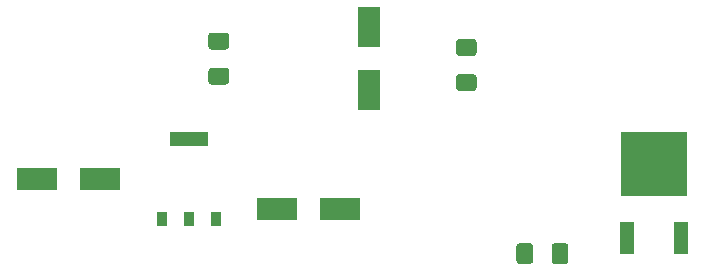
<source format=gbr>
%TF.GenerationSoftware,KiCad,Pcbnew,5.1.6*%
%TF.CreationDate,2020-09-09T09:45:09+10:00*%
%TF.ProjectId,TX,54582e6b-6963-4616-945f-706362585858,rev?*%
%TF.SameCoordinates,Original*%
%TF.FileFunction,Paste,Top*%
%TF.FilePolarity,Positive*%
%FSLAX46Y46*%
G04 Gerber Fmt 4.6, Leading zero omitted, Abs format (unit mm)*
G04 Created by KiCad (PCBNEW 5.1.6) date 2020-09-09 09:45:09*
%MOMM*%
%LPD*%
G01*
G04 APERTURE LIST*
%ADD10R,1.850000X3.500000*%
%ADD11R,3.500000X1.850000*%
%ADD12R,1.150000X2.770000*%
%ADD13R,5.550000X5.500000*%
%ADD14R,0.950000X1.250000*%
%ADD15R,3.200000X1.250000*%
G04 APERTURE END LIST*
D10*
%TO.C,22u*%
X154940000Y-80120000D03*
X154940000Y-74820000D03*
%TD*%
D11*
%TO.C,10u*%
X132190000Y-87630000D03*
X126890000Y-87630000D03*
%TD*%
%TO.C,10u*%
X152510000Y-90170000D03*
X147210000Y-90170000D03*
%TD*%
D12*
%TO.C,NPN*%
X176770000Y-92625000D03*
D13*
X179070000Y-86360000D03*
D12*
X181370000Y-92625000D03*
%TD*%
D14*
%TO.C,3V3R*%
X137400000Y-91030000D03*
X139700000Y-91030000D03*
X142000000Y-91030000D03*
D15*
X139700000Y-84230000D03*
%TD*%
%TO.C,.47u*%
G36*
G01*
X141615000Y-75270000D02*
X142865000Y-75270000D01*
G75*
G02*
X143115000Y-75520000I0J-250000D01*
G01*
X143115000Y-76445000D01*
G75*
G02*
X142865000Y-76695000I-250000J0D01*
G01*
X141615000Y-76695000D01*
G75*
G02*
X141365000Y-76445000I0J250000D01*
G01*
X141365000Y-75520000D01*
G75*
G02*
X141615000Y-75270000I250000J0D01*
G01*
G37*
G36*
G01*
X141615000Y-78245000D02*
X142865000Y-78245000D01*
G75*
G02*
X143115000Y-78495000I0J-250000D01*
G01*
X143115000Y-79420000D01*
G75*
G02*
X142865000Y-79670000I-250000J0D01*
G01*
X141615000Y-79670000D01*
G75*
G02*
X141365000Y-79420000I0J250000D01*
G01*
X141365000Y-78495000D01*
G75*
G02*
X141615000Y-78245000I250000J0D01*
G01*
G37*
%TD*%
%TO.C,RB*%
G36*
G01*
X171840000Y-93355000D02*
X171840000Y-94605000D01*
G75*
G02*
X171590000Y-94855000I-250000J0D01*
G01*
X170665000Y-94855000D01*
G75*
G02*
X170415000Y-94605000I0J250000D01*
G01*
X170415000Y-93355000D01*
G75*
G02*
X170665000Y-93105000I250000J0D01*
G01*
X171590000Y-93105000D01*
G75*
G02*
X171840000Y-93355000I0J-250000D01*
G01*
G37*
G36*
G01*
X168865000Y-93355000D02*
X168865000Y-94605000D01*
G75*
G02*
X168615000Y-94855000I-250000J0D01*
G01*
X167690000Y-94855000D01*
G75*
G02*
X167440000Y-94605000I0J250000D01*
G01*
X167440000Y-93355000D01*
G75*
G02*
X167690000Y-93105000I250000J0D01*
G01*
X168615000Y-93105000D01*
G75*
G02*
X168865000Y-93355000I0J-250000D01*
G01*
G37*
%TD*%
%TO.C,RC*%
G36*
G01*
X162570000Y-78785000D02*
X163820000Y-78785000D01*
G75*
G02*
X164070000Y-79035000I0J-250000D01*
G01*
X164070000Y-79960000D01*
G75*
G02*
X163820000Y-80210000I-250000J0D01*
G01*
X162570000Y-80210000D01*
G75*
G02*
X162320000Y-79960000I0J250000D01*
G01*
X162320000Y-79035000D01*
G75*
G02*
X162570000Y-78785000I250000J0D01*
G01*
G37*
G36*
G01*
X162570000Y-75810000D02*
X163820000Y-75810000D01*
G75*
G02*
X164070000Y-76060000I0J-250000D01*
G01*
X164070000Y-76985000D01*
G75*
G02*
X163820000Y-77235000I-250000J0D01*
G01*
X162570000Y-77235000D01*
G75*
G02*
X162320000Y-76985000I0J250000D01*
G01*
X162320000Y-76060000D01*
G75*
G02*
X162570000Y-75810000I250000J0D01*
G01*
G37*
%TD*%
M02*

</source>
